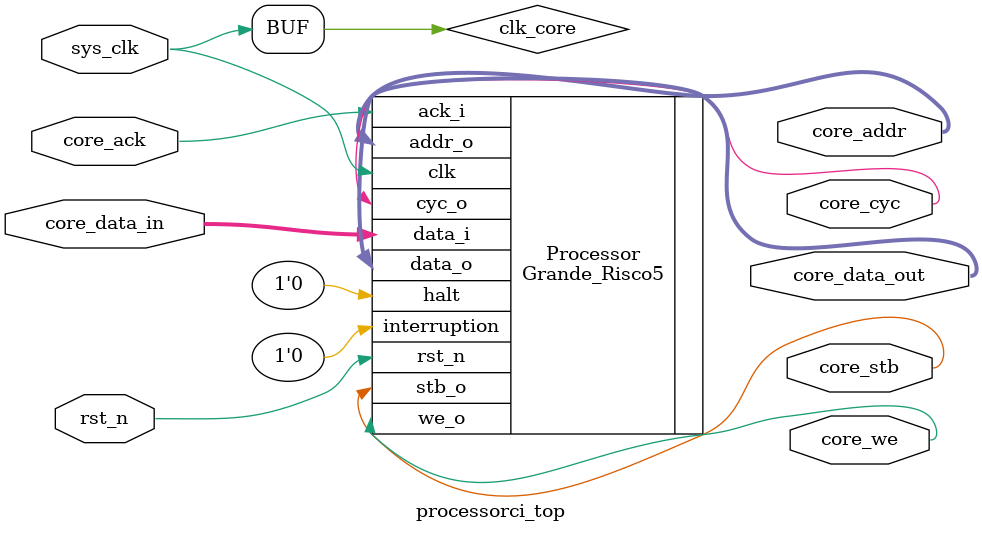
<source format=sv>
`timescale 1ns / 1ps

`define SIMULATION 1

`ifndef SIMULATION
`include "processor_ci_defines.vh"
`endif

module processorci_top (
    input logic sys_clk, // Clock de sistema
    input logic rst_n,   // Reset do sistema

    `ifndef SIMULATION
    // UART pins
    input  logic rx,
    output logic tx,

    // SPI pins
    input  logic sck,
    input  logic cs,
    input  logic mosi,
    output logic miso,

    //SPI control pins
    input  logic rw,
    output logic intr

    `else
    output logic        core_cyc,      // Indica uma transação ativa
    output logic        core_stb,      // Indica uma solicitação ativa
    output logic        core_we,       // 1 = Write, 0 = Read

    output logic [31:0] core_addr,     // Endereço
    output logic [31:0] core_data_out, // Dados de entrada (para escrita)
    input  logic [31:0] core_data_in,  // Dados de saída (para leitura)

    input  logic        core_ack       // Confirmação da transação

    `ifdef ENABLE_SECOND_MEMORY
,
    output logic        data_mem_cyc,
    output logic        data_mem_stb,
    output logic        data_mem_we,
    output logic [31:0] data_mem_addr,
    output logic [31:0] data_mem_data_out,
    input  logic [31:0] data_mem_data_in,
    input  logic        data_mem_ack
    `endif

    `endif
);
logic clk_core, rst_core;
`ifdef SIMULATION
assign clk_core = sys_clk;
assign rst_core = ~rst_n;
`else

// Fios do barramento entre Controller e Processor
logic        core_cyc;
logic        core_stb;
logic        core_we;
logic [31:0] core_addr;
logic [31:0] core_data_out;
logic [31:0] core_data_in;
logic        core_ack;

`ifdef ENABLE_SECOND_MEMORY
logic        data_mem_cyc;
logic        data_mem_stb;
logic        data_mem_we;
logic [31:0] data_mem_addr;
logic [31:0] data_mem_data_out;
logic [31:0] data_mem_data_in;
logic        data_mem_ack;
`endif
`endif

`ifndef SIMULATION
Controller #(
    .CLK_FREQ           (`CLOCK_FREQ),
    .BIT_RATE           (`BIT_RATE),
    .PAYLOAD_BITS       (`PAYLOAD_BITS),
    .BUFFER_SIZE        (`BUFFER_SIZE),
    .PULSE_CONTROL_BITS (`PULSE_CONTROL_BITS),
    .BUS_WIDTH          (`BUS_WIDTH),
    .WORD_SIZE_BY       (`WORD_SIZE_BY),
    .ID                 (`ID),
    .RESET_CLK_CYCLES   (`RESET_CLK_CYCLES),
    .MEMORY_FILE        (`MEMORY_FILE),
    .MEMORY_SIZE        (`MEMORY_SIZE)
) u_Controller (
    .clk                (sys_clk),

    .rst_n              (rst_n),
    
    // SPI signals
    .sck_i              (sck),
    .cs_i               (cs),
    .mosi_i             (mosi),
    .miso_o             (miso),
    
    // SPI callback signals
    .rw_i               (rw),
    .intr_o             (intr),
    
    // UART signals
    .rx                 (rx),
    .tx                 (tx),
    
    // Clock, reset, and bus signals
    .clk_core_o         (clk_core),
    .rst_core_o         (rst_core),
    
    // Barramento padrão (Wishbone)
    .core_cyc_i         (core_cyc),
    .core_stb_i         (core_stb),
    .core_we_i          (core_we),
    .core_addr_i        (core_addr),
    .core_data_i        (core_data_out),
    .core_data_o        (core_data_in),
    .core_ack_o         (core_ack)

    `ifdef ENABLE_SECOND_MEMORY
    ,
    .data_mem_cyc_i     (data_mem_cyc),
    .data_mem_stb_i     (data_mem_stb),
    .data_mem_we_i      (data_mem_we),
    .data_mem_addr_i    (data_mem_addr),
    .data_mem_data_i    (data_mem_data_out),
    .data_mem_data_o    (data_mem_data_in),
    .data_mem_ack_o     (data_mem_ack)
    `endif
);
`endif

// Core space

Grande_Risco5 #(
    .BOOT_ADDRESS           (32'h00000000),
    .I_CACHE_SIZE           (256),
    .D_CACHE_SIZE           (256),
    .DATA_WIDTH             (32),
    .ADDR_WIDTH             (32),
    .BRANCH_PREDICTION_SIZE (128)
) Processor (
    .clk    (clk_core),
    .rst_n  (~rst_core),

    .halt   (1'b0),

    .cyc_o  (core_cyc),
    .stb_o  (core_stb),
    .we_o   (core_we),

    .addr_o (core_addr),
    .data_o (core_data_out),

    .ack_i  (core_ack),
    .data_i (core_data_in),

    .interruption (1'b0)
);


    
endmodule

</source>
